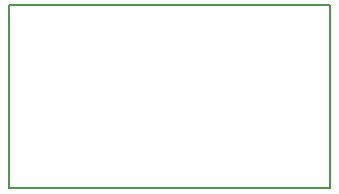
<source format=gm1>
G04 #@! TF.FileFunction,Profile,NP*
%FSLAX46Y46*%
G04 Gerber Fmt 4.6, Leading zero omitted, Abs format (unit mm)*
G04 Created by KiCad (PCBNEW 4.0.0-rc1-stable) date 12/2/2015 8:57:58 PM*
%MOMM*%
G01*
G04 APERTURE LIST*
%ADD10C,0.100000*%
%ADD11C,0.150000*%
G04 APERTURE END LIST*
D10*
D11*
X154178000Y-106172000D02*
X127000000Y-106172000D01*
X154178000Y-121666000D02*
X154178000Y-106172000D01*
X127000000Y-121666000D02*
X154178000Y-121666000D01*
X127000000Y-106172000D02*
X127000000Y-121666000D01*
M02*

</source>
